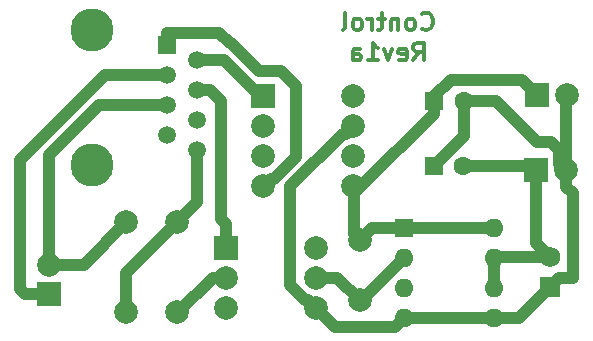
<source format=gbr>
G04 #@! TF.FileFunction,Copper,L2,Bot,Signal*
%FSLAX46Y46*%
G04 Gerber Fmt 4.6, Leading zero omitted, Abs format (unit mm)*
G04 Created by KiCad (PCBNEW 4.0.6) date 08/17/17 15:20:36*
%MOMM*%
%LPD*%
G01*
G04 APERTURE LIST*
%ADD10C,0.100000*%
%ADD11C,0.300000*%
%ADD12R,1.750000X1.750000*%
%ADD13C,1.750000*%
%ADD14R,2.000000X2.000000*%
%ADD15C,2.000000*%
%ADD16C,3.650000*%
%ADD17R,1.500000X1.500000*%
%ADD18C,1.500000*%
%ADD19R,1.600000X1.600000*%
%ADD20O,1.600000X1.600000*%
%ADD21C,1.600000*%
%ADD22C,1.000000*%
G04 APERTURE END LIST*
D10*
D11*
X37637142Y28579286D02*
X37708571Y28507857D01*
X37922857Y28436429D01*
X38065714Y28436429D01*
X38279999Y28507857D01*
X38422857Y28650714D01*
X38494285Y28793571D01*
X38565714Y29079286D01*
X38565714Y29293571D01*
X38494285Y29579286D01*
X38422857Y29722143D01*
X38279999Y29865000D01*
X38065714Y29936429D01*
X37922857Y29936429D01*
X37708571Y29865000D01*
X37637142Y29793571D01*
X36779999Y28436429D02*
X36922857Y28507857D01*
X36994285Y28579286D01*
X37065714Y28722143D01*
X37065714Y29150714D01*
X36994285Y29293571D01*
X36922857Y29365000D01*
X36779999Y29436429D01*
X36565714Y29436429D01*
X36422857Y29365000D01*
X36351428Y29293571D01*
X36279999Y29150714D01*
X36279999Y28722143D01*
X36351428Y28579286D01*
X36422857Y28507857D01*
X36565714Y28436429D01*
X36779999Y28436429D01*
X35637142Y29436429D02*
X35637142Y28436429D01*
X35637142Y29293571D02*
X35565714Y29365000D01*
X35422856Y29436429D01*
X35208571Y29436429D01*
X35065714Y29365000D01*
X34994285Y29222143D01*
X34994285Y28436429D01*
X34494285Y29436429D02*
X33922856Y29436429D01*
X34279999Y29936429D02*
X34279999Y28650714D01*
X34208571Y28507857D01*
X34065713Y28436429D01*
X33922856Y28436429D01*
X33422856Y28436429D02*
X33422856Y29436429D01*
X33422856Y29150714D02*
X33351428Y29293571D01*
X33279999Y29365000D01*
X33137142Y29436429D01*
X32994285Y29436429D01*
X32279999Y28436429D02*
X32422857Y28507857D01*
X32494285Y28579286D01*
X32565714Y28722143D01*
X32565714Y29150714D01*
X32494285Y29293571D01*
X32422857Y29365000D01*
X32279999Y29436429D01*
X32065714Y29436429D01*
X31922857Y29365000D01*
X31851428Y29293571D01*
X31779999Y29150714D01*
X31779999Y28722143D01*
X31851428Y28579286D01*
X31922857Y28507857D01*
X32065714Y28436429D01*
X32279999Y28436429D01*
X30922856Y28436429D02*
X31065714Y28507857D01*
X31137142Y28650714D01*
X31137142Y29936429D01*
X36922856Y25886429D02*
X37422856Y26600714D01*
X37779999Y25886429D02*
X37779999Y27386429D01*
X37208571Y27386429D01*
X37065713Y27315000D01*
X36994285Y27243571D01*
X36922856Y27100714D01*
X36922856Y26886429D01*
X36994285Y26743571D01*
X37065713Y26672143D01*
X37208571Y26600714D01*
X37779999Y26600714D01*
X35708571Y25957857D02*
X35851428Y25886429D01*
X36137142Y25886429D01*
X36279999Y25957857D01*
X36351428Y26100714D01*
X36351428Y26672143D01*
X36279999Y26815000D01*
X36137142Y26886429D01*
X35851428Y26886429D01*
X35708571Y26815000D01*
X35637142Y26672143D01*
X35637142Y26529286D01*
X36351428Y26386429D01*
X35137142Y26886429D02*
X34779999Y25886429D01*
X34422857Y26886429D01*
X33065714Y25886429D02*
X33922857Y25886429D01*
X33494285Y25886429D02*
X33494285Y27386429D01*
X33637142Y27172143D01*
X33780000Y27029286D01*
X33922857Y26957857D01*
X31780000Y25886429D02*
X31780000Y26672143D01*
X31851429Y26815000D01*
X31994286Y26886429D01*
X32280000Y26886429D01*
X32422857Y26815000D01*
X31780000Y25957857D02*
X31922857Y25886429D01*
X32280000Y25886429D01*
X32422857Y25957857D01*
X32494286Y26100714D01*
X32494286Y26243571D01*
X32422857Y26386429D01*
X32280000Y26457857D01*
X31922857Y26457857D01*
X31780000Y26529286D01*
D12*
X48490000Y6730000D03*
D13*
X48490000Y9230000D03*
D14*
X24210000Y22840000D03*
D15*
X31830000Y15220000D03*
X24210000Y20300000D03*
X31830000Y17760000D03*
X24210000Y17760000D03*
X31830000Y20300000D03*
X24210000Y15220000D03*
X31830000Y22840000D03*
X32360000Y10660000D03*
X32360000Y5580000D03*
D16*
X9730000Y17040000D03*
X9730000Y28470000D03*
D17*
X16080000Y27200000D03*
D18*
X18620000Y25930000D03*
X16080000Y24660000D03*
X18620000Y23390000D03*
X16080000Y22120000D03*
X18620000Y20850000D03*
X16080000Y19580000D03*
X18620000Y18310000D03*
D15*
X12620000Y12170000D03*
X12620000Y4550000D03*
D14*
X47410000Y22940000D03*
D15*
X49910000Y22940000D03*
D14*
X47310000Y16620000D03*
D15*
X49810000Y16620000D03*
X16940000Y12200000D03*
X16940000Y4580000D03*
D14*
X6040000Y6070000D03*
D15*
X6040000Y8570000D03*
D14*
X21050000Y10040000D03*
D15*
X28670000Y4960000D03*
X21050000Y7500000D03*
X28670000Y7500000D03*
X21050000Y4960000D03*
X28670000Y10040000D03*
D19*
X36150000Y11740000D03*
D20*
X43770000Y4120000D03*
X36150000Y9200000D03*
X43770000Y6660000D03*
X36150000Y6660000D03*
X43770000Y9200000D03*
X36150000Y4120000D03*
X43770000Y11740000D03*
D19*
X38630000Y16960000D03*
D21*
X41130000Y16960000D03*
D19*
X38670000Y22450000D03*
D21*
X41170000Y22450000D03*
D22*
X28670000Y4960000D02*
X28030001Y5599999D01*
X28030001Y5599999D02*
X27757999Y5599999D01*
X27757999Y5599999D02*
X26487155Y6870843D01*
X26487155Y6870843D02*
X26487155Y15229157D01*
X26487155Y15229157D02*
X30917999Y19660001D01*
X30917999Y19660001D02*
X31190001Y19660001D01*
X31190001Y19660001D02*
X31830000Y20300000D01*
X48490000Y6730000D02*
X49214999Y7454999D01*
X49214999Y7454999D02*
X50394388Y7454999D01*
X50394388Y7454999D02*
X50394388Y14621399D01*
X50394388Y14621399D02*
X49810000Y15205787D01*
X49810000Y15205787D02*
X49810000Y16620000D01*
X49810000Y16620000D02*
X49741957Y16620000D01*
X49741957Y16620000D02*
X49210001Y17151956D01*
X49210001Y17151956D02*
X49210001Y18340001D01*
X42301370Y22450000D02*
X41170000Y22450000D01*
X49210001Y18340001D02*
X48609583Y18940419D01*
X48609583Y18940419D02*
X47421538Y18940419D01*
X47421538Y18940419D02*
X43911957Y22450000D01*
X43911957Y22450000D02*
X42301370Y22450000D01*
X41170000Y22450000D02*
X41170000Y19500000D01*
X41170000Y19500000D02*
X38630000Y16960000D01*
X49810000Y16620000D02*
X49810000Y22840000D01*
X49810000Y22840000D02*
X49910000Y22940000D01*
X43770000Y4120000D02*
X45880000Y4120000D01*
X45880000Y4120000D02*
X48490000Y6730000D01*
X36150000Y4120000D02*
X43770000Y4120000D01*
X28670000Y4960000D02*
X30309999Y3320001D01*
X30309999Y3320001D02*
X35350001Y3320001D01*
X35350001Y3320001D02*
X36150000Y4120000D01*
X18620000Y18310000D02*
X18620000Y13880000D01*
X18620000Y13880000D02*
X16940000Y12200000D01*
X12620000Y4550000D02*
X12620000Y7880000D01*
X12620000Y7880000D02*
X16940000Y12200000D01*
X16080000Y27200000D02*
X16080000Y28248864D01*
X26946690Y23723312D02*
X26946690Y17684688D01*
X16080000Y28248864D02*
X20498206Y28248864D01*
X20498206Y28248864D02*
X21417061Y27330009D01*
X23820559Y24965437D02*
X25704565Y24965437D01*
X25704565Y24965437D02*
X26946690Y23723312D01*
X21417061Y27330009D02*
X21455988Y27330008D01*
X21455988Y27330008D02*
X23820559Y24965437D01*
X24849999Y15859999D02*
X24210000Y15220000D01*
X26946690Y17684688D02*
X25122001Y15859999D01*
X25122001Y15859999D02*
X24849999Y15859999D01*
X38670000Y22450000D02*
X38670000Y22851629D01*
X38670000Y22851629D02*
X40068975Y24250604D01*
X40068975Y24250604D02*
X46099396Y24250604D01*
X46099396Y24250604D02*
X47410000Y22940000D01*
X32360000Y10660000D02*
X31848400Y11171600D01*
X31848400Y11171600D02*
X31848400Y15201600D01*
X31848400Y15201600D02*
X31830000Y15220000D01*
X31830000Y15220000D02*
X32519095Y15220000D01*
X32519095Y15220000D02*
X38670000Y21370905D01*
X38670000Y21370905D02*
X38670000Y22450000D01*
X36150000Y11740000D02*
X33440000Y11740000D01*
X33440000Y11740000D02*
X32360000Y10660000D01*
X36150000Y11740000D02*
X43770000Y11740000D01*
X4040000Y6070000D02*
X6040000Y6070000D01*
X3612511Y6497489D02*
X4040000Y6070000D01*
X3612511Y17455223D02*
X3612511Y6497489D01*
X16080000Y24660000D02*
X10817288Y24660000D01*
X10817288Y24660000D02*
X3612511Y17455223D01*
X16080000Y22120000D02*
X10257202Y22120000D01*
X6040000Y17902798D02*
X6040000Y9984213D01*
X10257202Y22120000D02*
X6040000Y17902798D01*
X6040000Y9984213D02*
X6040000Y8570000D01*
X6040000Y8570000D02*
X9020000Y8570000D01*
X9020000Y8570000D02*
X12620000Y12170000D01*
X18620000Y23390000D02*
X19680660Y23390000D01*
X19680660Y23390000D02*
X20659999Y22410661D01*
X20659999Y22410661D02*
X20659999Y12430001D01*
X21050000Y12040000D02*
X21050000Y10040000D01*
X20659999Y12430001D02*
X21050000Y12040000D01*
X16940000Y4580000D02*
X17028445Y4580000D01*
X17028445Y4580000D02*
X19948445Y7500000D01*
X19948445Y7500000D02*
X21050000Y7500000D01*
X23966084Y22840000D02*
X24210000Y22840000D01*
X20876085Y25929999D02*
X23966084Y22840000D01*
X18620000Y25930000D02*
X20876085Y25929999D01*
X48490000Y9230000D02*
X43800000Y9230000D01*
X43800000Y9230000D02*
X43770000Y9200000D01*
X47310000Y16620000D02*
X47310000Y10410000D01*
X47310000Y10410000D02*
X48490000Y9230000D01*
X41130000Y16960000D02*
X46970000Y16960000D01*
X46970000Y16960000D02*
X47310000Y16620000D01*
X43770000Y9200000D02*
X43770000Y6660000D01*
X32360000Y5580000D02*
X32530000Y5580000D01*
X32530000Y5580000D02*
X36150000Y9200000D01*
X28670000Y7500000D02*
X30440000Y7500000D01*
X30440000Y7500000D02*
X32360000Y5580000D01*
M02*

</source>
